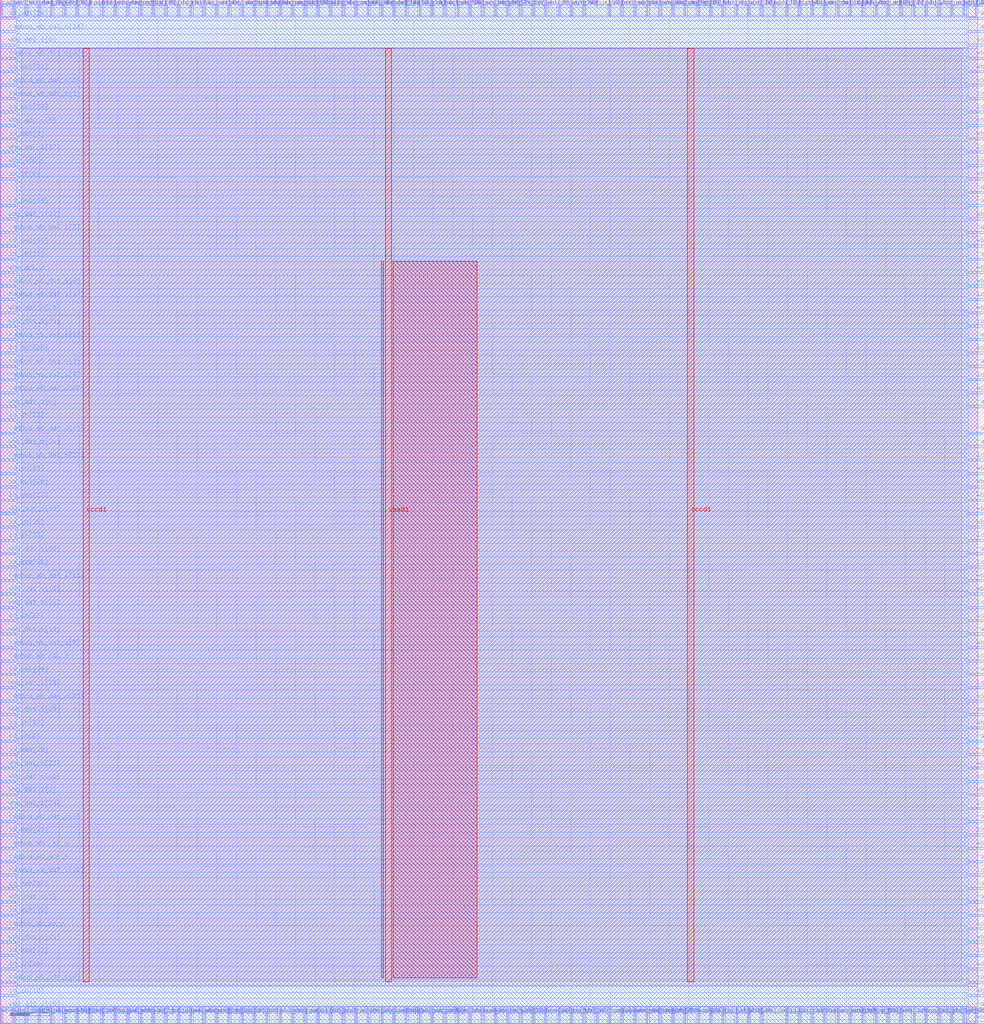
<source format=lef>
VERSION 5.7 ;
  NOWIREEXTENSIONATPIN ON ;
  DIVIDERCHAR "/" ;
  BUSBITCHARS "[]" ;
MACRO wrapped_function_generator
  CLASS BLOCK ;
  FOREIGN wrapped_function_generator ;
  ORIGIN 0.000 0.000 ;
  SIZE 250.000 BY 260.000 ;
  PIN active
    DIRECTION INPUT ;
    USE SIGNAL ;
    PORT
      LAYER met3 ;
        RECT 246.000 159.840 250.000 160.440 ;
    END
  END active
  PIN io_in[0]
    DIRECTION INPUT ;
    USE SIGNAL ;
    PORT
      LAYER met2 ;
        RECT 80.590 0.000 80.870 4.000 ;
    END
  END io_in[0]
  PIN io_in[10]
    DIRECTION INPUT ;
    USE SIGNAL ;
    PORT
      LAYER met3 ;
        RECT 0.000 6.840 4.000 7.440 ;
    END
  END io_in[10]
  PIN io_in[11]
    DIRECTION INPUT ;
    USE SIGNAL ;
    PORT
      LAYER met3 ;
        RECT 0.000 193.840 4.000 194.440 ;
    END
  END io_in[11]
  PIN io_in[12]
    DIRECTION INPUT ;
    USE SIGNAL ;
    PORT
      LAYER met2 ;
        RECT 125.670 256.000 125.950 260.000 ;
    END
  END io_in[12]
  PIN io_in[13]
    DIRECTION INPUT ;
    USE SIGNAL ;
    PORT
      LAYER met3 ;
        RECT 246.000 78.240 250.000 78.840 ;
    END
  END io_in[13]
  PIN io_in[14]
    DIRECTION INPUT ;
    USE SIGNAL ;
    PORT
      LAYER met2 ;
        RECT 106.350 256.000 106.630 260.000 ;
    END
  END io_in[14]
  PIN io_in[15]
    DIRECTION INPUT ;
    USE SIGNAL ;
    PORT
      LAYER met3 ;
        RECT 246.000 10.240 250.000 10.840 ;
    END
  END io_in[15]
  PIN io_in[16]
    DIRECTION INPUT ;
    USE SIGNAL ;
    PORT
      LAYER met2 ;
        RECT 219.050 0.000 219.330 4.000 ;
    END
  END io_in[16]
  PIN io_in[17]
    DIRECTION INPUT ;
    USE SIGNAL ;
    PORT
      LAYER met3 ;
        RECT 0.000 74.840 4.000 75.440 ;
    END
  END io_in[17]
  PIN io_in[18]
    DIRECTION INPUT ;
    USE SIGNAL ;
    PORT
      LAYER met2 ;
        RECT 141.770 0.000 142.050 4.000 ;
    END
  END io_in[18]
  PIN io_in[19]
    DIRECTION INPUT ;
    USE SIGNAL ;
    PORT
      LAYER met3 ;
        RECT 0.000 13.640 4.000 14.240 ;
    END
  END io_in[19]
  PIN io_in[1]
    DIRECTION INPUT ;
    USE SIGNAL ;
    PORT
      LAYER met2 ;
        RECT 238.370 0.000 238.650 4.000 ;
    END
  END io_in[1]
  PIN io_in[20]
    DIRECTION INPUT ;
    USE SIGNAL ;
    PORT
      LAYER met3 ;
        RECT 246.000 91.840 250.000 92.440 ;
    END
  END io_in[20]
  PIN io_in[21]
    DIRECTION INPUT ;
    USE SIGNAL ;
    PORT
      LAYER met3 ;
        RECT 0.000 153.040 4.000 153.640 ;
    END
  END io_in[21]
  PIN io_in[22]
    DIRECTION INPUT ;
    USE SIGNAL ;
    PORT
      LAYER met2 ;
        RECT 96.690 0.000 96.970 4.000 ;
    END
  END io_in[22]
  PIN io_in[23]
    DIRECTION INPUT ;
    USE SIGNAL ;
    PORT
      LAYER met2 ;
        RECT 128.890 0.000 129.170 4.000 ;
    END
  END io_in[23]
  PIN io_in[24]
    DIRECTION INPUT ;
    USE SIGNAL ;
    PORT
      LAYER met3 ;
        RECT 246.000 105.440 250.000 106.040 ;
    END
  END io_in[24]
  PIN io_in[25]
    DIRECTION INPUT ;
    USE SIGNAL ;
    PORT
      LAYER met3 ;
        RECT 0.000 125.840 4.000 126.440 ;
    END
  END io_in[25]
  PIN io_in[26]
    DIRECTION INPUT ;
    USE SIGNAL ;
    PORT
      LAYER met3 ;
        RECT 246.000 163.240 250.000 163.840 ;
    END
  END io_in[26]
  PIN io_in[27]
    DIRECTION INPUT ;
    USE SIGNAL ;
    PORT
      LAYER met3 ;
        RECT 0.000 102.040 4.000 102.640 ;
    END
  END io_in[27]
  PIN io_in[28]
    DIRECTION INPUT ;
    USE SIGNAL ;
    PORT
      LAYER met3 ;
        RECT 246.000 115.640 250.000 116.240 ;
    END
  END io_in[28]
  PIN io_in[29]
    DIRECTION INPUT ;
    USE SIGNAL ;
    PORT
      LAYER met2 ;
        RECT 12.970 256.000 13.250 260.000 ;
    END
  END io_in[29]
  PIN io_in[2]
    DIRECTION INPUT ;
    USE SIGNAL ;
    PORT
      LAYER met3 ;
        RECT 0.000 71.440 4.000 72.040 ;
    END
  END io_in[2]
  PIN io_in[30]
    DIRECTION INPUT ;
    USE SIGNAL ;
    PORT
      LAYER met2 ;
        RECT 144.990 0.000 145.270 4.000 ;
    END
  END io_in[30]
  PIN io_in[31]
    DIRECTION INPUT ;
    USE SIGNAL ;
    PORT
      LAYER met2 ;
        RECT 231.930 256.000 232.210 260.000 ;
    END
  END io_in[31]
  PIN io_in[32]
    DIRECTION INPUT ;
    USE SIGNAL ;
    PORT
      LAYER met2 ;
        RECT 83.810 0.000 84.090 4.000 ;
    END
  END io_in[32]
  PIN io_in[33]
    DIRECTION INPUT ;
    USE SIGNAL ;
    PORT
      LAYER met3 ;
        RECT 0.000 122.440 4.000 123.040 ;
    END
  END io_in[33]
  PIN io_in[34]
    DIRECTION INPUT ;
    USE SIGNAL ;
    PORT
      LAYER met2 ;
        RECT 45.170 256.000 45.450 260.000 ;
    END
  END io_in[34]
  PIN io_in[35]
    DIRECTION INPUT ;
    USE SIGNAL ;
    PORT
      LAYER met2 ;
        RECT 202.950 0.000 203.230 4.000 ;
    END
  END io_in[35]
  PIN io_in[36]
    DIRECTION INPUT ;
    USE SIGNAL ;
    PORT
      LAYER met2 ;
        RECT 157.870 256.000 158.150 260.000 ;
    END
  END io_in[36]
  PIN io_in[37]
    DIRECTION INPUT ;
    USE SIGNAL ;
    PORT
      LAYER met3 ;
        RECT 0.000 139.440 4.000 140.040 ;
    END
  END io_in[37]
  PIN io_in[3]
    DIRECTION INPUT ;
    USE SIGNAL ;
    PORT
      LAYER met3 ;
        RECT 246.000 238.040 250.000 238.640 ;
    END
  END io_in[3]
  PIN io_in[4]
    DIRECTION INPUT ;
    USE SIGNAL ;
    PORT
      LAYER met3 ;
        RECT 246.000 102.040 250.000 102.640 ;
    END
  END io_in[4]
  PIN io_in[5]
    DIRECTION INPUT ;
    USE SIGNAL ;
    PORT
      LAYER met2 ;
        RECT 177.190 256.000 177.470 260.000 ;
    END
  END io_in[5]
  PIN io_in[6]
    DIRECTION INPUT ;
    USE SIGNAL ;
    PORT
      LAYER met3 ;
        RECT 246.000 13.640 250.000 14.240 ;
    END
  END io_in[6]
  PIN io_in[7]
    DIRECTION INPUT ;
    USE SIGNAL ;
    PORT
      LAYER met2 ;
        RECT 109.570 0.000 109.850 4.000 ;
    END
  END io_in[7]
  PIN io_in[8]
    DIRECTION INPUT ;
    USE SIGNAL ;
    PORT
      LAYER met2 ;
        RECT 19.410 256.000 19.690 260.000 ;
    END
  END io_in[8]
  PIN io_in[9]
    DIRECTION INPUT ;
    USE SIGNAL ;
    PORT
      LAYER met3 ;
        RECT 0.000 214.240 4.000 214.840 ;
    END
  END io_in[9]
  PIN io_oeb[0]
    DIRECTION OUTPUT TRISTATE ;
    USE SIGNAL ;
    PORT
      LAYER met2 ;
        RECT 32.290 0.000 32.570 4.000 ;
    END
  END io_oeb[0]
  PIN io_oeb[10]
    DIRECTION OUTPUT TRISTATE ;
    USE SIGNAL ;
    PORT
      LAYER met3 ;
        RECT 246.000 122.440 250.000 123.040 ;
    END
  END io_oeb[10]
  PIN io_oeb[11]
    DIRECTION OUTPUT TRISTATE ;
    USE SIGNAL ;
    PORT
      LAYER met2 ;
        RECT 225.490 0.000 225.770 4.000 ;
    END
  END io_oeb[11]
  PIN io_oeb[12]
    DIRECTION OUTPUT TRISTATE ;
    USE SIGNAL ;
    PORT
      LAYER met2 ;
        RECT 29.070 0.000 29.350 4.000 ;
    END
  END io_oeb[12]
  PIN io_oeb[13]
    DIRECTION OUTPUT TRISTATE ;
    USE SIGNAL ;
    PORT
      LAYER met2 ;
        RECT 241.590 0.000 241.870 4.000 ;
    END
  END io_oeb[13]
  PIN io_oeb[14]
    DIRECTION OUTPUT TRISTATE ;
    USE SIGNAL ;
    PORT
      LAYER met2 ;
        RECT 38.730 256.000 39.010 260.000 ;
    END
  END io_oeb[14]
  PIN io_oeb[15]
    DIRECTION OUTPUT TRISTATE ;
    USE SIGNAL ;
    PORT
      LAYER met3 ;
        RECT 246.000 217.640 250.000 218.240 ;
    END
  END io_oeb[15]
  PIN io_oeb[16]
    DIRECTION OUTPUT TRISTATE ;
    USE SIGNAL ;
    PORT
      LAYER met3 ;
        RECT 246.000 23.840 250.000 24.440 ;
    END
  END io_oeb[16]
  PIN io_oeb[17]
    DIRECTION OUTPUT TRISTATE ;
    USE SIGNAL ;
    PORT
      LAYER met3 ;
        RECT 0.000 34.040 4.000 34.640 ;
    END
  END io_oeb[17]
  PIN io_oeb[18]
    DIRECTION OUTPUT TRISTATE ;
    USE SIGNAL ;
    PORT
      LAYER met3 ;
        RECT 0.000 207.440 4.000 208.040 ;
    END
  END io_oeb[18]
  PIN io_oeb[19]
    DIRECTION OUTPUT TRISTATE ;
    USE SIGNAL ;
    PORT
      LAYER met2 ;
        RECT 183.630 0.000 183.910 4.000 ;
    END
  END io_oeb[19]
  PIN io_oeb[1]
    DIRECTION OUTPUT TRISTATE ;
    USE SIGNAL ;
    PORT
      LAYER met2 ;
        RECT 215.830 256.000 216.110 260.000 ;
    END
  END io_oeb[1]
  PIN io_oeb[20]
    DIRECTION OUTPUT TRISTATE ;
    USE SIGNAL ;
    PORT
      LAYER met3 ;
        RECT 246.000 234.640 250.000 235.240 ;
    END
  END io_oeb[20]
  PIN io_oeb[21]
    DIRECTION OUTPUT TRISTATE ;
    USE SIGNAL ;
    PORT
      LAYER met3 ;
        RECT 0.000 47.640 4.000 48.240 ;
    END
  END io_oeb[21]
  PIN io_oeb[22]
    DIRECTION OUTPUT TRISTATE ;
    USE SIGNAL ;
    PORT
      LAYER met2 ;
        RECT 225.490 256.000 225.770 260.000 ;
    END
  END io_oeb[22]
  PIN io_oeb[23]
    DIRECTION OUTPUT TRISTATE ;
    USE SIGNAL ;
    PORT
      LAYER met3 ;
        RECT 0.000 132.640 4.000 133.240 ;
    END
  END io_oeb[23]
  PIN io_oeb[24]
    DIRECTION OUTPUT TRISTATE ;
    USE SIGNAL ;
    PORT
      LAYER met3 ;
        RECT 246.000 258.440 250.000 259.040 ;
    END
  END io_oeb[24]
  PIN io_oeb[25]
    DIRECTION OUTPUT TRISTATE ;
    USE SIGNAL ;
    PORT
      LAYER met2 ;
        RECT 122.450 256.000 122.730 260.000 ;
    END
  END io_oeb[25]
  PIN io_oeb[26]
    DIRECTION OUTPUT TRISTATE ;
    USE SIGNAL ;
    PORT
      LAYER met3 ;
        RECT 0.000 115.640 4.000 116.240 ;
    END
  END io_oeb[26]
  PIN io_oeb[27]
    DIRECTION OUTPUT TRISTATE ;
    USE SIGNAL ;
    PORT
      LAYER met3 ;
        RECT 246.000 142.840 250.000 143.440 ;
    END
  END io_oeb[27]
  PIN io_oeb[28]
    DIRECTION OUTPUT TRISTATE ;
    USE SIGNAL ;
    PORT
      LAYER met2 ;
        RECT 6.530 256.000 6.810 260.000 ;
    END
  END io_oeb[28]
  PIN io_oeb[29]
    DIRECTION OUTPUT TRISTATE ;
    USE SIGNAL ;
    PORT
      LAYER met2 ;
        RECT 61.270 0.000 61.550 4.000 ;
    END
  END io_oeb[29]
  PIN io_oeb[2]
    DIRECTION OUTPUT TRISTATE ;
    USE SIGNAL ;
    PORT
      LAYER met3 ;
        RECT 0.000 258.440 4.000 259.040 ;
    END
  END io_oeb[2]
  PIN io_oeb[30]
    DIRECTION OUTPUT TRISTATE ;
    USE SIGNAL ;
    PORT
      LAYER met2 ;
        RECT 248.030 256.000 248.310 260.000 ;
    END
  END io_oeb[30]
  PIN io_oeb[31]
    DIRECTION OUTPUT TRISTATE ;
    USE SIGNAL ;
    PORT
      LAYER met3 ;
        RECT 0.000 17.040 4.000 17.640 ;
    END
  END io_oeb[31]
  PIN io_oeb[32]
    DIRECTION OUTPUT TRISTATE ;
    USE SIGNAL ;
    PORT
      LAYER met2 ;
        RECT 167.530 0.000 167.810 4.000 ;
    END
  END io_oeb[32]
  PIN io_oeb[33]
    DIRECTION OUTPUT TRISTATE ;
    USE SIGNAL ;
    PORT
      LAYER met2 ;
        RECT 112.790 256.000 113.070 260.000 ;
    END
  END io_oeb[33]
  PIN io_oeb[34]
    DIRECTION OUTPUT TRISTATE ;
    USE SIGNAL ;
    PORT
      LAYER met3 ;
        RECT 0.000 88.440 4.000 89.040 ;
    END
  END io_oeb[34]
  PIN io_oeb[35]
    DIRECTION OUTPUT TRISTATE ;
    USE SIGNAL ;
    PORT
      LAYER met3 ;
        RECT 0.000 68.040 4.000 68.640 ;
    END
  END io_oeb[35]
  PIN io_oeb[36]
    DIRECTION OUTPUT TRISTATE ;
    USE SIGNAL ;
    PORT
      LAYER met2 ;
        RECT 199.730 0.000 200.010 4.000 ;
    END
  END io_oeb[36]
  PIN io_oeb[37]
    DIRECTION OUTPUT TRISTATE ;
    USE SIGNAL ;
    PORT
      LAYER met3 ;
        RECT 0.000 197.240 4.000 197.840 ;
    END
  END io_oeb[37]
  PIN io_oeb[3]
    DIRECTION OUTPUT TRISTATE ;
    USE SIGNAL ;
    PORT
      LAYER met3 ;
        RECT 246.000 227.840 250.000 228.440 ;
    END
  END io_oeb[3]
  PIN io_oeb[4]
    DIRECTION OUTPUT TRISTATE ;
    USE SIGNAL ;
    PORT
      LAYER met3 ;
        RECT 0.000 224.440 4.000 225.040 ;
    END
  END io_oeb[4]
  PIN io_oeb[5]
    DIRECTION OUTPUT TRISTATE ;
    USE SIGNAL ;
    PORT
      LAYER met3 ;
        RECT 246.000 183.640 250.000 184.240 ;
    END
  END io_oeb[5]
  PIN io_oeb[6]
    DIRECTION OUTPUT TRISTATE ;
    USE SIGNAL ;
    PORT
      LAYER met2 ;
        RECT 106.350 0.000 106.630 4.000 ;
    END
  END io_oeb[6]
  PIN io_oeb[7]
    DIRECTION OUTPUT TRISTATE ;
    USE SIGNAL ;
    PORT
      LAYER met3 ;
        RECT 246.000 85.040 250.000 85.640 ;
    END
  END io_oeb[7]
  PIN io_oeb[8]
    DIRECTION OUTPUT TRISTATE ;
    USE SIGNAL ;
    PORT
      LAYER met3 ;
        RECT 246.000 248.240 250.000 248.840 ;
    END
  END io_oeb[8]
  PIN io_oeb[9]
    DIRECTION OUTPUT TRISTATE ;
    USE SIGNAL ;
    PORT
      LAYER met3 ;
        RECT 246.000 81.640 250.000 82.240 ;
    END
  END io_oeb[9]
  PIN io_out[0]
    DIRECTION OUTPUT TRISTATE ;
    USE SIGNAL ;
    PORT
      LAYER met2 ;
        RECT 180.410 256.000 180.690 260.000 ;
    END
  END io_out[0]
  PIN io_out[10]
    DIRECTION OUTPUT TRISTATE ;
    USE SIGNAL ;
    PORT
      LAYER met3 ;
        RECT 246.000 221.040 250.000 221.640 ;
    END
  END io_out[10]
  PIN io_out[11]
    DIRECTION OUTPUT TRISTATE ;
    USE SIGNAL ;
    PORT
      LAYER met3 ;
        RECT 246.000 47.640 250.000 48.240 ;
    END
  END io_out[11]
  PIN io_out[12]
    DIRECTION OUTPUT TRISTATE ;
    USE SIGNAL ;
    PORT
      LAYER met2 ;
        RECT 244.810 0.000 245.090 4.000 ;
    END
  END io_out[12]
  PIN io_out[13]
    DIRECTION OUTPUT TRISTATE ;
    USE SIGNAL ;
    PORT
      LAYER met2 ;
        RECT 235.150 0.000 235.430 4.000 ;
    END
  END io_out[13]
  PIN io_out[14]
    DIRECTION OUTPUT TRISTATE ;
    USE SIGNAL ;
    PORT
      LAYER met3 ;
        RECT 246.000 61.240 250.000 61.840 ;
    END
  END io_out[14]
  PIN io_out[15]
    DIRECTION OUTPUT TRISTATE ;
    USE SIGNAL ;
    PORT
      LAYER met2 ;
        RECT 186.850 0.000 187.130 4.000 ;
    END
  END io_out[15]
  PIN io_out[16]
    DIRECTION OUTPUT TRISTATE ;
    USE SIGNAL ;
    PORT
      LAYER met2 ;
        RECT 186.850 256.000 187.130 260.000 ;
    END
  END io_out[16]
  PIN io_out[17]
    DIRECTION OUTPUT TRISTATE ;
    USE SIGNAL ;
    PORT
      LAYER met2 ;
        RECT 193.290 256.000 193.570 260.000 ;
    END
  END io_out[17]
  PIN io_out[18]
    DIRECTION OUTPUT TRISTATE ;
    USE SIGNAL ;
    PORT
      LAYER met2 ;
        RECT 77.370 256.000 77.650 260.000 ;
    END
  END io_out[18]
  PIN io_out[19]
    DIRECTION OUTPUT TRISTATE ;
    USE SIGNAL ;
    PORT
      LAYER met3 ;
        RECT 246.000 17.040 250.000 17.640 ;
    END
  END io_out[19]
  PIN io_out[1]
    DIRECTION OUTPUT TRISTATE ;
    USE SIGNAL ;
    PORT
      LAYER met2 ;
        RECT 64.490 0.000 64.770 4.000 ;
    END
  END io_out[1]
  PIN io_out[20]
    DIRECTION OUTPUT TRISTATE ;
    USE SIGNAL ;
    PORT
      LAYER met2 ;
        RECT 58.050 0.000 58.330 4.000 ;
    END
  END io_out[20]
  PIN io_out[21]
    DIRECTION OUTPUT TRISTATE ;
    USE SIGNAL ;
    PORT
      LAYER met3 ;
        RECT 0.000 241.440 4.000 242.040 ;
    END
  END io_out[21]
  PIN io_out[22]
    DIRECTION OUTPUT TRISTATE ;
    USE SIGNAL ;
    PORT
      LAYER met2 ;
        RECT 173.970 256.000 174.250 260.000 ;
    END
  END io_out[22]
  PIN io_out[23]
    DIRECTION OUTPUT TRISTATE ;
    USE SIGNAL ;
    PORT
      LAYER met2 ;
        RECT 74.150 256.000 74.430 260.000 ;
    END
  END io_out[23]
  PIN io_out[24]
    DIRECTION OUTPUT TRISTATE ;
    USE SIGNAL ;
    PORT
      LAYER met3 ;
        RECT 0.000 231.240 4.000 231.840 ;
    END
  END io_out[24]
  PIN io_out[25]
    DIRECTION OUTPUT TRISTATE ;
    USE SIGNAL ;
    PORT
      LAYER met3 ;
        RECT 0.000 170.040 4.000 170.640 ;
    END
  END io_out[25]
  PIN io_out[26]
    DIRECTION OUTPUT TRISTATE ;
    USE SIGNAL ;
    PORT
      LAYER met3 ;
        RECT 0.000 136.040 4.000 136.640 ;
    END
  END io_out[26]
  PIN io_out[27]
    DIRECTION OUTPUT TRISTATE ;
    USE SIGNAL ;
    PORT
      LAYER met3 ;
        RECT 246.000 37.440 250.000 38.040 ;
    END
  END io_out[27]
  PIN io_out[28]
    DIRECTION OUTPUT TRISTATE ;
    USE SIGNAL ;
    PORT
      LAYER met2 ;
        RECT 222.270 0.000 222.550 4.000 ;
    END
  END io_out[28]
  PIN io_out[29]
    DIRECTION OUTPUT TRISTATE ;
    USE SIGNAL ;
    PORT
      LAYER met3 ;
        RECT 0.000 27.240 4.000 27.840 ;
    END
  END io_out[29]
  PIN io_out[2]
    DIRECTION OUTPUT TRISTATE ;
    USE SIGNAL ;
    PORT
      LAYER met3 ;
        RECT 246.000 176.840 250.000 177.440 ;
    END
  END io_out[2]
  PIN io_out[30]
    DIRECTION OUTPUT TRISTATE ;
    USE SIGNAL ;
    PORT
      LAYER met2 ;
        RECT 141.770 256.000 142.050 260.000 ;
    END
  END io_out[30]
  PIN io_out[31]
    DIRECTION OUTPUT TRISTATE ;
    USE SIGNAL ;
    PORT
      LAYER met3 ;
        RECT 246.000 231.240 250.000 231.840 ;
    END
  END io_out[31]
  PIN io_out[32]
    DIRECTION OUTPUT TRISTATE ;
    USE SIGNAL ;
    PORT
      LAYER met2 ;
        RECT 212.610 0.000 212.890 4.000 ;
    END
  END io_out[32]
  PIN io_out[33]
    DIRECTION OUTPUT TRISTATE ;
    USE SIGNAL ;
    PORT
      LAYER met3 ;
        RECT 246.000 54.440 250.000 55.040 ;
    END
  END io_out[33]
  PIN io_out[34]
    DIRECTION OUTPUT TRISTATE ;
    USE SIGNAL ;
    PORT
      LAYER met3 ;
        RECT 0.000 255.040 4.000 255.640 ;
    END
  END io_out[34]
  PIN io_out[35]
    DIRECTION OUTPUT TRISTATE ;
    USE SIGNAL ;
    PORT
      LAYER met2 ;
        RECT 67.710 0.000 67.990 4.000 ;
    END
  END io_out[35]
  PIN io_out[36]
    DIRECTION OUTPUT TRISTATE ;
    USE SIGNAL ;
    PORT
      LAYER met2 ;
        RECT 135.330 256.000 135.610 260.000 ;
    END
  END io_out[36]
  PIN io_out[37]
    DIRECTION OUTPUT TRISTATE ;
    USE SIGNAL ;
    PORT
      LAYER met2 ;
        RECT 241.590 256.000 241.870 260.000 ;
    END
  END io_out[37]
  PIN io_out[3]
    DIRECTION OUTPUT TRISTATE ;
    USE SIGNAL ;
    PORT
      LAYER met2 ;
        RECT 228.710 256.000 228.990 260.000 ;
    END
  END io_out[3]
  PIN io_out[4]
    DIRECTION OUTPUT TRISTATE ;
    USE SIGNAL ;
    PORT
      LAYER met2 ;
        RECT 199.730 256.000 200.010 260.000 ;
    END
  END io_out[4]
  PIN io_out[5]
    DIRECTION OUTPUT TRISTATE ;
    USE SIGNAL ;
    PORT
      LAYER met2 ;
        RECT 51.610 256.000 51.890 260.000 ;
    END
  END io_out[5]
  PIN io_out[6]
    DIRECTION OUTPUT TRISTATE ;
    USE SIGNAL ;
    PORT
      LAYER met2 ;
        RECT 35.510 256.000 35.790 260.000 ;
    END
  END io_out[6]
  PIN io_out[7]
    DIRECTION OUTPUT TRISTATE ;
    USE SIGNAL ;
    PORT
      LAYER met3 ;
        RECT 246.000 170.040 250.000 170.640 ;
    END
  END io_out[7]
  PIN io_out[8]
    DIRECTION OUTPUT TRISTATE ;
    USE SIGNAL ;
    PORT
      LAYER met2 ;
        RECT 12.970 0.000 13.250 4.000 ;
    END
  END io_out[8]
  PIN io_out[9]
    DIRECTION OUTPUT TRISTATE ;
    USE SIGNAL ;
    PORT
      LAYER met2 ;
        RECT 41.950 256.000 42.230 260.000 ;
    END
  END io_out[9]
  PIN rambus_wb_ack_i
    DIRECTION INPUT ;
    USE SIGNAL ;
    PORT
      LAYER met3 ;
        RECT 0.000 40.840 4.000 41.440 ;
    END
  END rambus_wb_ack_i
  PIN rambus_wb_adr_o[0]
    DIRECTION OUTPUT TRISTATE ;
    USE SIGNAL ;
    PORT
      LAYER met3 ;
        RECT 246.000 200.640 250.000 201.240 ;
    END
  END rambus_wb_adr_o[0]
  PIN rambus_wb_adr_o[1]
    DIRECTION OUTPUT TRISTATE ;
    USE SIGNAL ;
    PORT
      LAYER met3 ;
        RECT 0.000 234.640 4.000 235.240 ;
    END
  END rambus_wb_adr_o[1]
  PIN rambus_wb_adr_o[2]
    DIRECTION OUTPUT TRISTATE ;
    USE SIGNAL ;
    PORT
      LAYER met2 ;
        RECT 54.830 256.000 55.110 260.000 ;
    END
  END rambus_wb_adr_o[2]
  PIN rambus_wb_adr_o[3]
    DIRECTION OUTPUT TRISTATE ;
    USE SIGNAL ;
    PORT
      LAYER met3 ;
        RECT 246.000 30.640 250.000 31.240 ;
    END
  END rambus_wb_adr_o[3]
  PIN rambus_wb_adr_o[4]
    DIRECTION OUTPUT TRISTATE ;
    USE SIGNAL ;
    PORT
      LAYER met3 ;
        RECT 246.000 255.040 250.000 255.640 ;
    END
  END rambus_wb_adr_o[4]
  PIN rambus_wb_adr_o[5]
    DIRECTION OUTPUT TRISTATE ;
    USE SIGNAL ;
    PORT
      LAYER met3 ;
        RECT 246.000 88.440 250.000 89.040 ;
    END
  END rambus_wb_adr_o[5]
  PIN rambus_wb_adr_o[6]
    DIRECTION OUTPUT TRISTATE ;
    USE SIGNAL ;
    PORT
      LAYER met3 ;
        RECT 246.000 34.040 250.000 34.640 ;
    END
  END rambus_wb_adr_o[6]
  PIN rambus_wb_adr_o[7]
    DIRECTION OUTPUT TRISTATE ;
    USE SIGNAL ;
    PORT
      LAYER met3 ;
        RECT 246.000 146.240 250.000 146.840 ;
    END
  END rambus_wb_adr_o[7]
  PIN rambus_wb_adr_o[8]
    DIRECTION OUTPUT TRISTATE ;
    USE SIGNAL ;
    PORT
      LAYER met2 ;
        RECT 45.170 0.000 45.450 4.000 ;
    END
  END rambus_wb_adr_o[8]
  PIN rambus_wb_adr_o[9]
    DIRECTION OUTPUT TRISTATE ;
    USE SIGNAL ;
    PORT
      LAYER met3 ;
        RECT 0.000 10.240 4.000 10.840 ;
    END
  END rambus_wb_adr_o[9]
  PIN rambus_wb_clk_o
    DIRECTION OUTPUT TRISTATE ;
    USE SIGNAL ;
    PORT
      LAYER met3 ;
        RECT 0.000 91.840 4.000 92.440 ;
    END
  END rambus_wb_clk_o
  PIN rambus_wb_cyc_o
    DIRECTION OUTPUT TRISTATE ;
    USE SIGNAL ;
    PORT
      LAYER met2 ;
        RECT 25.850 256.000 26.130 260.000 ;
    END
  END rambus_wb_cyc_o
  PIN rambus_wb_dat_i[0]
    DIRECTION INPUT ;
    USE SIGNAL ;
    PORT
      LAYER met2 ;
        RECT 67.710 256.000 67.990 260.000 ;
    END
  END rambus_wb_dat_i[0]
  PIN rambus_wb_dat_i[10]
    DIRECTION INPUT ;
    USE SIGNAL ;
    PORT
      LAYER met2 ;
        RECT 112.790 0.000 113.070 4.000 ;
    END
  END rambus_wb_dat_i[10]
  PIN rambus_wb_dat_i[11]
    DIRECTION INPUT ;
    USE SIGNAL ;
    PORT
      LAYER met3 ;
        RECT 0.000 112.240 4.000 112.840 ;
    END
  END rambus_wb_dat_i[11]
  PIN rambus_wb_dat_i[12]
    DIRECTION INPUT ;
    USE SIGNAL ;
    PORT
      LAYER met3 ;
        RECT 246.000 3.440 250.000 4.040 ;
    END
  END rambus_wb_dat_i[12]
  PIN rambus_wb_dat_i[13]
    DIRECTION INPUT ;
    USE SIGNAL ;
    PORT
      LAYER met3 ;
        RECT 246.000 68.040 250.000 68.640 ;
    END
  END rambus_wb_dat_i[13]
  PIN rambus_wb_dat_i[14]
    DIRECTION INPUT ;
    USE SIGNAL ;
    PORT
      LAYER met2 ;
        RECT 109.570 256.000 109.850 260.000 ;
    END
  END rambus_wb_dat_i[14]
  PIN rambus_wb_dat_i[15]
    DIRECTION INPUT ;
    USE SIGNAL ;
    PORT
      LAYER met2 ;
        RECT 64.490 256.000 64.770 260.000 ;
    END
  END rambus_wb_dat_i[15]
  PIN rambus_wb_dat_i[16]
    DIRECTION INPUT ;
    USE SIGNAL ;
    PORT
      LAYER met2 ;
        RECT 90.250 256.000 90.530 260.000 ;
    END
  END rambus_wb_dat_i[16]
  PIN rambus_wb_dat_i[17]
    DIRECTION INPUT ;
    USE SIGNAL ;
    PORT
      LAYER met2 ;
        RECT 135.330 0.000 135.610 4.000 ;
    END
  END rambus_wb_dat_i[17]
  PIN rambus_wb_dat_i[18]
    DIRECTION INPUT ;
    USE SIGNAL ;
    PORT
      LAYER met2 ;
        RECT 164.310 0.000 164.590 4.000 ;
    END
  END rambus_wb_dat_i[18]
  PIN rambus_wb_dat_i[19]
    DIRECTION INPUT ;
    USE SIGNAL ;
    PORT
      LAYER met3 ;
        RECT 0.000 173.440 4.000 174.040 ;
    END
  END rambus_wb_dat_i[19]
  PIN rambus_wb_dat_i[1]
    DIRECTION INPUT ;
    USE SIGNAL ;
    PORT
      LAYER met2 ;
        RECT 41.950 0.000 42.230 4.000 ;
    END
  END rambus_wb_dat_i[1]
  PIN rambus_wb_dat_i[20]
    DIRECTION INPUT ;
    USE SIGNAL ;
    PORT
      LAYER met3 ;
        RECT 0.000 37.440 4.000 38.040 ;
    END
  END rambus_wb_dat_i[20]
  PIN rambus_wb_dat_i[21]
    DIRECTION INPUT ;
    USE SIGNAL ;
    PORT
      LAYER met2 ;
        RECT 80.590 256.000 80.870 260.000 ;
    END
  END rambus_wb_dat_i[21]
  PIN rambus_wb_dat_i[22]
    DIRECTION INPUT ;
    USE SIGNAL ;
    PORT
      LAYER met3 ;
        RECT 246.000 40.840 250.000 41.440 ;
    END
  END rambus_wb_dat_i[22]
  PIN rambus_wb_dat_i[23]
    DIRECTION INPUT ;
    USE SIGNAL ;
    PORT
      LAYER met3 ;
        RECT 246.000 156.440 250.000 157.040 ;
    END
  END rambus_wb_dat_i[23]
  PIN rambus_wb_dat_i[24]
    DIRECTION INPUT ;
    USE SIGNAL ;
    PORT
      LAYER met3 ;
        RECT 246.000 166.640 250.000 167.240 ;
    END
  END rambus_wb_dat_i[24]
  PIN rambus_wb_dat_i[25]
    DIRECTION INPUT ;
    USE SIGNAL ;
    PORT
      LAYER met3 ;
        RECT 246.000 193.840 250.000 194.440 ;
    END
  END rambus_wb_dat_i[25]
  PIN rambus_wb_dat_i[26]
    DIRECTION INPUT ;
    USE SIGNAL ;
    PORT
      LAYER met2 ;
        RECT 119.230 256.000 119.510 260.000 ;
    END
  END rambus_wb_dat_i[26]
  PIN rambus_wb_dat_i[27]
    DIRECTION INPUT ;
    USE SIGNAL ;
    PORT
      LAYER met3 ;
        RECT 0.000 183.640 4.000 184.240 ;
    END
  END rambus_wb_dat_i[27]
  PIN rambus_wb_dat_i[28]
    DIRECTION INPUT ;
    USE SIGNAL ;
    PORT
      LAYER met2 ;
        RECT 0.090 256.000 0.370 260.000 ;
    END
  END rambus_wb_dat_i[28]
  PIN rambus_wb_dat_i[29]
    DIRECTION INPUT ;
    USE SIGNAL ;
    PORT
      LAYER met3 ;
        RECT 246.000 210.840 250.000 211.440 ;
    END
  END rambus_wb_dat_i[29]
  PIN rambus_wb_dat_i[2]
    DIRECTION INPUT ;
    USE SIGNAL ;
    PORT
      LAYER met3 ;
        RECT 0.000 200.640 4.000 201.240 ;
    END
  END rambus_wb_dat_i[2]
  PIN rambus_wb_dat_i[30]
    DIRECTION INPUT ;
    USE SIGNAL ;
    PORT
      LAYER met3 ;
        RECT 246.000 51.040 250.000 51.640 ;
    END
  END rambus_wb_dat_i[30]
  PIN rambus_wb_dat_i[31]
    DIRECTION INPUT ;
    USE SIGNAL ;
    PORT
      LAYER met2 ;
        RECT 70.930 256.000 71.210 260.000 ;
    END
  END rambus_wb_dat_i[31]
  PIN rambus_wb_dat_i[3]
    DIRECTION INPUT ;
    USE SIGNAL ;
    PORT
      LAYER met3 ;
        RECT 246.000 149.640 250.000 150.240 ;
    END
  END rambus_wb_dat_i[3]
  PIN rambus_wb_dat_i[4]
    DIRECTION INPUT ;
    USE SIGNAL ;
    PORT
      LAYER met3 ;
        RECT 246.000 119.040 250.000 119.640 ;
    END
  END rambus_wb_dat_i[4]
  PIN rambus_wb_dat_i[5]
    DIRECTION INPUT ;
    USE SIGNAL ;
    PORT
      LAYER met3 ;
        RECT 0.000 238.040 4.000 238.640 ;
    END
  END rambus_wb_dat_i[5]
  PIN rambus_wb_dat_i[6]
    DIRECTION INPUT ;
    USE SIGNAL ;
    PORT
      LAYER met2 ;
        RECT 22.630 256.000 22.910 260.000 ;
    END
  END rambus_wb_dat_i[6]
  PIN rambus_wb_dat_i[7]
    DIRECTION INPUT ;
    USE SIGNAL ;
    PORT
      LAYER met2 ;
        RECT 99.910 0.000 100.190 4.000 ;
    END
  END rambus_wb_dat_i[7]
  PIN rambus_wb_dat_i[8]
    DIRECTION INPUT ;
    USE SIGNAL ;
    PORT
      LAYER met3 ;
        RECT 0.000 187.040 4.000 187.640 ;
    END
  END rambus_wb_dat_i[8]
  PIN rambus_wb_dat_i[9]
    DIRECTION INPUT ;
    USE SIGNAL ;
    PORT
      LAYER met2 ;
        RECT 202.950 256.000 203.230 260.000 ;
    END
  END rambus_wb_dat_i[9]
  PIN rambus_wb_dat_o[0]
    DIRECTION OUTPUT TRISTATE ;
    USE SIGNAL ;
    PORT
      LAYER met3 ;
        RECT 0.000 95.240 4.000 95.840 ;
    END
  END rambus_wb_dat_o[0]
  PIN rambus_wb_dat_o[10]
    DIRECTION OUTPUT TRISTATE ;
    USE SIGNAL ;
    PORT
      LAYER met2 ;
        RECT 151.430 0.000 151.710 4.000 ;
    END
  END rambus_wb_dat_o[10]
  PIN rambus_wb_dat_o[11]
    DIRECTION OUTPUT TRISTATE ;
    USE SIGNAL ;
    PORT
      LAYER met2 ;
        RECT 103.130 0.000 103.410 4.000 ;
    END
  END rambus_wb_dat_o[11]
  PIN rambus_wb_dat_o[12]
    DIRECTION OUTPUT TRISTATE ;
    USE SIGNAL ;
    PORT
      LAYER met2 ;
        RECT 209.390 0.000 209.670 4.000 ;
    END
  END rambus_wb_dat_o[12]
  PIN rambus_wb_dat_o[13]
    DIRECTION OUTPUT TRISTATE ;
    USE SIGNAL ;
    PORT
      LAYER met3 ;
        RECT 246.000 173.440 250.000 174.040 ;
    END
  END rambus_wb_dat_o[13]
  PIN rambus_wb_dat_o[14]
    DIRECTION OUTPUT TRISTATE ;
    USE SIGNAL ;
    PORT
      LAYER met3 ;
        RECT 0.000 251.640 4.000 252.240 ;
    END
  END rambus_wb_dat_o[14]
  PIN rambus_wb_dat_o[15]
    DIRECTION OUTPUT TRISTATE ;
    USE SIGNAL ;
    PORT
      LAYER met2 ;
        RECT 212.610 256.000 212.890 260.000 ;
    END
  END rambus_wb_dat_o[15]
  PIN rambus_wb_dat_o[16]
    DIRECTION OUTPUT TRISTATE ;
    USE SIGNAL ;
    PORT
      LAYER met2 ;
        RECT 6.530 0.000 6.810 4.000 ;
    END
  END rambus_wb_dat_o[16]
  PIN rambus_wb_dat_o[17]
    DIRECTION OUTPUT TRISTATE ;
    USE SIGNAL ;
    PORT
      LAYER met3 ;
        RECT 0.000 149.640 4.000 150.240 ;
    END
  END rambus_wb_dat_o[17]
  PIN rambus_wb_dat_o[18]
    DIRECTION OUTPUT TRISTATE ;
    USE SIGNAL ;
    PORT
      LAYER met2 ;
        RECT 90.250 0.000 90.530 4.000 ;
    END
  END rambus_wb_dat_o[18]
  PIN rambus_wb_dat_o[19]
    DIRECTION OUTPUT TRISTATE ;
    USE SIGNAL ;
    PORT
      LAYER met2 ;
        RECT 103.130 256.000 103.410 260.000 ;
    END
  END rambus_wb_dat_o[19]
  PIN rambus_wb_dat_o[1]
    DIRECTION OUTPUT TRISTATE ;
    USE SIGNAL ;
    PORT
      LAYER met3 ;
        RECT 0.000 51.040 4.000 51.640 ;
    END
  END rambus_wb_dat_o[1]
  PIN rambus_wb_dat_o[20]
    DIRECTION OUTPUT TRISTATE ;
    USE SIGNAL ;
    PORT
      LAYER met2 ;
        RECT 77.370 0.000 77.650 4.000 ;
    END
  END rambus_wb_dat_o[20]
  PIN rambus_wb_dat_o[21]
    DIRECTION OUTPUT TRISTATE ;
    USE SIGNAL ;
    PORT
      LAYER met2 ;
        RECT 154.650 0.000 154.930 4.000 ;
    END
  END rambus_wb_dat_o[21]
  PIN rambus_wb_dat_o[22]
    DIRECTION OUTPUT TRISTATE ;
    USE SIGNAL ;
    PORT
      LAYER met3 ;
        RECT 0.000 159.840 4.000 160.440 ;
    END
  END rambus_wb_dat_o[22]
  PIN rambus_wb_dat_o[23]
    DIRECTION OUTPUT TRISTATE ;
    USE SIGNAL ;
    PORT
      LAYER met3 ;
        RECT 246.000 98.640 250.000 99.240 ;
    END
  END rambus_wb_dat_o[23]
  PIN rambus_wb_dat_o[24]
    DIRECTION OUTPUT TRISTATE ;
    USE SIGNAL ;
    PORT
      LAYER met2 ;
        RECT 154.650 256.000 154.930 260.000 ;
    END
  END rambus_wb_dat_o[24]
  PIN rambus_wb_dat_o[25]
    DIRECTION OUTPUT TRISTATE ;
    USE SIGNAL ;
    PORT
      LAYER met3 ;
        RECT 0.000 81.640 4.000 82.240 ;
    END
  END rambus_wb_dat_o[25]
  PIN rambus_wb_dat_o[26]
    DIRECTION OUTPUT TRISTATE ;
    USE SIGNAL ;
    PORT
      LAYER met2 ;
        RECT 116.010 256.000 116.290 260.000 ;
    END
  END rambus_wb_dat_o[26]
  PIN rambus_wb_dat_o[27]
    DIRECTION OUTPUT TRISTATE ;
    USE SIGNAL ;
    PORT
      LAYER met3 ;
        RECT 0.000 142.840 4.000 143.440 ;
    END
  END rambus_wb_dat_o[27]
  PIN rambus_wb_dat_o[28]
    DIRECTION OUTPUT TRISTATE ;
    USE SIGNAL ;
    PORT
      LAYER met3 ;
        RECT 246.000 251.640 250.000 252.240 ;
    END
  END rambus_wb_dat_o[28]
  PIN rambus_wb_dat_o[29]
    DIRECTION OUTPUT TRISTATE ;
    USE SIGNAL ;
    PORT
      LAYER met3 ;
        RECT 0.000 244.840 4.000 245.440 ;
    END
  END rambus_wb_dat_o[29]
  PIN rambus_wb_dat_o[2]
    DIRECTION OUTPUT TRISTATE ;
    USE SIGNAL ;
    PORT
      LAYER met2 ;
        RECT 157.870 0.000 158.150 4.000 ;
    END
  END rambus_wb_dat_o[2]
  PIN rambus_wb_dat_o[30]
    DIRECTION OUTPUT TRISTATE ;
    USE SIGNAL ;
    PORT
      LAYER met3 ;
        RECT 246.000 207.440 250.000 208.040 ;
    END
  END rambus_wb_dat_o[30]
  PIN rambus_wb_dat_o[31]
    DIRECTION OUTPUT TRISTATE ;
    USE SIGNAL ;
    PORT
      LAYER met2 ;
        RECT 231.930 0.000 232.210 4.000 ;
    END
  END rambus_wb_dat_o[31]
  PIN rambus_wb_dat_o[3]
    DIRECTION OUTPUT TRISTATE ;
    USE SIGNAL ;
    PORT
      LAYER met2 ;
        RECT 87.030 256.000 87.310 260.000 ;
    END
  END rambus_wb_dat_o[3]
  PIN rambus_wb_dat_o[4]
    DIRECTION OUTPUT TRISTATE ;
    USE SIGNAL ;
    PORT
      LAYER met3 ;
        RECT 0.000 163.240 4.000 163.840 ;
    END
  END rambus_wb_dat_o[4]
  PIN rambus_wb_dat_o[5]
    DIRECTION OUTPUT TRISTATE ;
    USE SIGNAL ;
    PORT
      LAYER met2 ;
        RECT 161.090 256.000 161.370 260.000 ;
    END
  END rambus_wb_dat_o[5]
  PIN rambus_wb_dat_o[6]
    DIRECTION OUTPUT TRISTATE ;
    USE SIGNAL ;
    PORT
      LAYER met2 ;
        RECT 25.850 0.000 26.130 4.000 ;
    END
  END rambus_wb_dat_o[6]
  PIN rambus_wb_dat_o[7]
    DIRECTION OUTPUT TRISTATE ;
    USE SIGNAL ;
    PORT
      LAYER met3 ;
        RECT 246.000 71.440 250.000 72.040 ;
    END
  END rambus_wb_dat_o[7]
  PIN rambus_wb_dat_o[8]
    DIRECTION OUTPUT TRISTATE ;
    USE SIGNAL ;
    PORT
      LAYER met2 ;
        RECT 119.230 0.000 119.510 4.000 ;
    END
  END rambus_wb_dat_o[8]
  PIN rambus_wb_dat_o[9]
    DIRECTION OUTPUT TRISTATE ;
    USE SIGNAL ;
    PORT
      LAYER met2 ;
        RECT 61.270 256.000 61.550 260.000 ;
    END
  END rambus_wb_dat_o[9]
  PIN rambus_wb_rst_o
    DIRECTION OUTPUT TRISTATE ;
    USE SIGNAL ;
    PORT
      LAYER met3 ;
        RECT 0.000 44.240 4.000 44.840 ;
    END
  END rambus_wb_rst_o
  PIN rambus_wb_sel_o[0]
    DIRECTION OUTPUT TRISTATE ;
    USE SIGNAL ;
    PORT
      LAYER met2 ;
        RECT 206.170 0.000 206.450 4.000 ;
    END
  END rambus_wb_sel_o[0]
  PIN rambus_wb_sel_o[1]
    DIRECTION OUTPUT TRISTATE ;
    USE SIGNAL ;
    PORT
      LAYER met2 ;
        RECT 164.310 256.000 164.590 260.000 ;
    END
  END rambus_wb_sel_o[1]
  PIN rambus_wb_sel_o[2]
    DIRECTION OUTPUT TRISTATE ;
    USE SIGNAL ;
    PORT
      LAYER met2 ;
        RECT 48.390 256.000 48.670 260.000 ;
    END
  END rambus_wb_sel_o[2]
  PIN rambus_wb_sel_o[3]
    DIRECTION OUTPUT TRISTATE ;
    USE SIGNAL ;
    PORT
      LAYER met3 ;
        RECT 0.000 166.640 4.000 167.240 ;
    END
  END rambus_wb_sel_o[3]
  PIN rambus_wb_stb_o
    DIRECTION OUTPUT TRISTATE ;
    USE SIGNAL ;
    PORT
      LAYER met2 ;
        RECT 148.210 256.000 148.490 260.000 ;
    END
  END rambus_wb_stb_o
  PIN rambus_wb_we_o
    DIRECTION OUTPUT TRISTATE ;
    USE SIGNAL ;
    PORT
      LAYER met3 ;
        RECT 0.000 23.840 4.000 24.440 ;
    END
  END rambus_wb_we_o
  PIN vccd1
    DIRECTION INPUT ;
    USE POWER ;
    PORT
      LAYER met4 ;
        RECT 21.040 10.640 22.640 247.760 ;
    END
    PORT
      LAYER met4 ;
        RECT 174.640 10.640 176.240 247.760 ;
    END
  END vccd1
  PIN vssd1
    DIRECTION INPUT ;
    USE GROUND ;
    PORT
      LAYER met4 ;
        RECT 97.840 10.640 99.440 247.760 ;
    END
  END vssd1
  PIN wb_clk_i
    DIRECTION INPUT ;
    USE SIGNAL ;
    PORT
      LAYER met3 ;
        RECT 246.000 6.840 250.000 7.440 ;
    END
  END wb_clk_i
  PIN wb_rst_i
    DIRECTION INPUT ;
    USE SIGNAL ;
    PORT
      LAYER met2 ;
        RECT 132.110 256.000 132.390 260.000 ;
    END
  END wb_rst_i
  PIN wbs_ack_o
    DIRECTION OUTPUT TRISTATE ;
    USE SIGNAL ;
    PORT
      LAYER met3 ;
        RECT 0.000 190.440 4.000 191.040 ;
    END
  END wbs_ack_o
  PIN wbs_adr_i[0]
    DIRECTION INPUT ;
    USE SIGNAL ;
    PORT
      LAYER met3 ;
        RECT 0.000 156.440 4.000 157.040 ;
    END
  END wbs_adr_i[0]
  PIN wbs_adr_i[10]
    DIRECTION INPUT ;
    USE SIGNAL ;
    PORT
      LAYER met2 ;
        RECT 190.070 256.000 190.350 260.000 ;
    END
  END wbs_adr_i[10]
  PIN wbs_adr_i[11]
    DIRECTION INPUT ;
    USE SIGNAL ;
    PORT
      LAYER met2 ;
        RECT 99.910 256.000 100.190 260.000 ;
    END
  END wbs_adr_i[11]
  PIN wbs_adr_i[12]
    DIRECTION INPUT ;
    USE SIGNAL ;
    PORT
      LAYER met3 ;
        RECT 0.000 129.240 4.000 129.840 ;
    END
  END wbs_adr_i[12]
  PIN wbs_adr_i[13]
    DIRECTION INPUT ;
    USE SIGNAL ;
    PORT
      LAYER met2 ;
        RECT 32.290 256.000 32.570 260.000 ;
    END
  END wbs_adr_i[13]
  PIN wbs_adr_i[14]
    DIRECTION INPUT ;
    USE SIGNAL ;
    PORT
      LAYER met3 ;
        RECT 246.000 139.440 250.000 140.040 ;
    END
  END wbs_adr_i[14]
  PIN wbs_adr_i[15]
    DIRECTION INPUT ;
    USE SIGNAL ;
    PORT
      LAYER met3 ;
        RECT 0.000 3.440 4.000 4.040 ;
    END
  END wbs_adr_i[15]
  PIN wbs_adr_i[16]
    DIRECTION INPUT ;
    USE SIGNAL ;
    PORT
      LAYER met2 ;
        RECT 138.550 0.000 138.830 4.000 ;
    END
  END wbs_adr_i[16]
  PIN wbs_adr_i[17]
    DIRECTION INPUT ;
    USE SIGNAL ;
    PORT
      LAYER met3 ;
        RECT 0.000 221.040 4.000 221.640 ;
    END
  END wbs_adr_i[17]
  PIN wbs_adr_i[18]
    DIRECTION INPUT ;
    USE SIGNAL ;
    PORT
      LAYER met3 ;
        RECT 0.000 85.040 4.000 85.640 ;
    END
  END wbs_adr_i[18]
  PIN wbs_adr_i[19]
    DIRECTION INPUT ;
    USE SIGNAL ;
    PORT
      LAYER met2 ;
        RECT 215.830 0.000 216.110 4.000 ;
    END
  END wbs_adr_i[19]
  PIN wbs_adr_i[1]
    DIRECTION INPUT ;
    USE SIGNAL ;
    PORT
      LAYER met2 ;
        RECT 222.270 256.000 222.550 260.000 ;
    END
  END wbs_adr_i[1]
  PIN wbs_adr_i[20]
    DIRECTION INPUT ;
    USE SIGNAL ;
    PORT
      LAYER met3 ;
        RECT 0.000 119.040 4.000 119.640 ;
    END
  END wbs_adr_i[20]
  PIN wbs_adr_i[21]
    DIRECTION INPUT ;
    USE SIGNAL ;
    PORT
      LAYER met2 ;
        RECT 125.670 0.000 125.950 4.000 ;
    END
  END wbs_adr_i[21]
  PIN wbs_adr_i[22]
    DIRECTION INPUT ;
    USE SIGNAL ;
    PORT
      LAYER met2 ;
        RECT 180.410 0.000 180.690 4.000 ;
    END
  END wbs_adr_i[22]
  PIN wbs_adr_i[23]
    DIRECTION INPUT ;
    USE SIGNAL ;
    PORT
      LAYER met3 ;
        RECT 246.000 27.240 250.000 27.840 ;
    END
  END wbs_adr_i[23]
  PIN wbs_adr_i[24]
    DIRECTION INPUT ;
    USE SIGNAL ;
    PORT
      LAYER met2 ;
        RECT 96.690 256.000 96.970 260.000 ;
    END
  END wbs_adr_i[24]
  PIN wbs_adr_i[25]
    DIRECTION INPUT ;
    USE SIGNAL ;
    PORT
      LAYER met2 ;
        RECT 122.450 0.000 122.730 4.000 ;
    END
  END wbs_adr_i[25]
  PIN wbs_adr_i[26]
    DIRECTION INPUT ;
    USE SIGNAL ;
    PORT
      LAYER met2 ;
        RECT 22.630 0.000 22.910 4.000 ;
    END
  END wbs_adr_i[26]
  PIN wbs_adr_i[27]
    DIRECTION INPUT ;
    USE SIGNAL ;
    PORT
      LAYER met2 ;
        RECT 144.990 256.000 145.270 260.000 ;
    END
  END wbs_adr_i[27]
  PIN wbs_adr_i[28]
    DIRECTION INPUT ;
    USE SIGNAL ;
    PORT
      LAYER met3 ;
        RECT 246.000 112.240 250.000 112.840 ;
    END
  END wbs_adr_i[28]
  PIN wbs_adr_i[29]
    DIRECTION INPUT ;
    USE SIGNAL ;
    PORT
      LAYER met3 ;
        RECT 246.000 204.040 250.000 204.640 ;
    END
  END wbs_adr_i[29]
  PIN wbs_adr_i[2]
    DIRECTION INPUT ;
    USE SIGNAL ;
    PORT
      LAYER met2 ;
        RECT 87.030 0.000 87.310 4.000 ;
    END
  END wbs_adr_i[2]
  PIN wbs_adr_i[30]
    DIRECTION INPUT ;
    USE SIGNAL ;
    PORT
      LAYER met2 ;
        RECT 244.810 256.000 245.090 260.000 ;
    END
  END wbs_adr_i[30]
  PIN wbs_adr_i[31]
    DIRECTION INPUT ;
    USE SIGNAL ;
    PORT
      LAYER met3 ;
        RECT 246.000 74.840 250.000 75.440 ;
    END
  END wbs_adr_i[31]
  PIN wbs_adr_i[3]
    DIRECTION INPUT ;
    USE SIGNAL ;
    PORT
      LAYER met2 ;
        RECT 173.970 0.000 174.250 4.000 ;
    END
  END wbs_adr_i[3]
  PIN wbs_adr_i[4]
    DIRECTION INPUT ;
    USE SIGNAL ;
    PORT
      LAYER met2 ;
        RECT 238.370 256.000 238.650 260.000 ;
    END
  END wbs_adr_i[4]
  PIN wbs_adr_i[5]
    DIRECTION INPUT ;
    USE SIGNAL ;
    PORT
      LAYER met2 ;
        RECT 170.750 0.000 171.030 4.000 ;
    END
  END wbs_adr_i[5]
  PIN wbs_adr_i[6]
    DIRECTION INPUT ;
    USE SIGNAL ;
    PORT
      LAYER met2 ;
        RECT 70.930 0.000 71.210 4.000 ;
    END
  END wbs_adr_i[6]
  PIN wbs_adr_i[7]
    DIRECTION INPUT ;
    USE SIGNAL ;
    PORT
      LAYER met3 ;
        RECT 0.000 227.840 4.000 228.440 ;
    END
  END wbs_adr_i[7]
  PIN wbs_adr_i[8]
    DIRECTION INPUT ;
    USE SIGNAL ;
    PORT
      LAYER met2 ;
        RECT 228.710 0.000 228.990 4.000 ;
    END
  END wbs_adr_i[8]
  PIN wbs_adr_i[9]
    DIRECTION INPUT ;
    USE SIGNAL ;
    PORT
      LAYER met3 ;
        RECT 246.000 44.240 250.000 44.840 ;
    END
  END wbs_adr_i[9]
  PIN wbs_cyc_i
    DIRECTION INPUT ;
    USE SIGNAL ;
    PORT
      LAYER met2 ;
        RECT 128.890 256.000 129.170 260.000 ;
    END
  END wbs_cyc_i
  PIN wbs_dat_i[0]
    DIRECTION INPUT ;
    USE SIGNAL ;
    PORT
      LAYER met3 ;
        RECT 246.000 190.440 250.000 191.040 ;
    END
  END wbs_dat_i[0]
  PIN wbs_dat_i[10]
    DIRECTION INPUT ;
    USE SIGNAL ;
    PORT
      LAYER met2 ;
        RECT 3.310 256.000 3.590 260.000 ;
    END
  END wbs_dat_i[10]
  PIN wbs_dat_i[11]
    DIRECTION INPUT ;
    USE SIGNAL ;
    PORT
      LAYER met2 ;
        RECT 16.190 256.000 16.470 260.000 ;
    END
  END wbs_dat_i[11]
  PIN wbs_dat_i[12]
    DIRECTION INPUT ;
    USE SIGNAL ;
    PORT
      LAYER met2 ;
        RECT 9.750 256.000 10.030 260.000 ;
    END
  END wbs_dat_i[12]
  PIN wbs_dat_i[13]
    DIRECTION INPUT ;
    USE SIGNAL ;
    PORT
      LAYER met2 ;
        RECT 9.750 0.000 10.030 4.000 ;
    END
  END wbs_dat_i[13]
  PIN wbs_dat_i[14]
    DIRECTION INPUT ;
    USE SIGNAL ;
    PORT
      LAYER met2 ;
        RECT 48.390 0.000 48.670 4.000 ;
    END
  END wbs_dat_i[14]
  PIN wbs_dat_i[15]
    DIRECTION INPUT ;
    USE SIGNAL ;
    PORT
      LAYER met3 ;
        RECT 246.000 108.840 250.000 109.440 ;
    END
  END wbs_dat_i[15]
  PIN wbs_dat_i[16]
    DIRECTION INPUT ;
    USE SIGNAL ;
    PORT
      LAYER met3 ;
        RECT 0.000 61.240 4.000 61.840 ;
    END
  END wbs_dat_i[16]
  PIN wbs_dat_i[17]
    DIRECTION INPUT ;
    USE SIGNAL ;
    PORT
      LAYER met2 ;
        RECT 209.390 256.000 209.670 260.000 ;
    END
  END wbs_dat_i[17]
  PIN wbs_dat_i[18]
    DIRECTION INPUT ;
    USE SIGNAL ;
    PORT
      LAYER met3 ;
        RECT 246.000 244.840 250.000 245.440 ;
    END
  END wbs_dat_i[18]
  PIN wbs_dat_i[19]
    DIRECTION INPUT ;
    USE SIGNAL ;
    PORT
      LAYER met2 ;
        RECT 58.050 256.000 58.330 260.000 ;
    END
  END wbs_dat_i[19]
  PIN wbs_dat_i[1]
    DIRECTION INPUT ;
    USE SIGNAL ;
    PORT
      LAYER met2 ;
        RECT 35.510 0.000 35.790 4.000 ;
    END
  END wbs_dat_i[1]
  PIN wbs_dat_i[20]
    DIRECTION INPUT ;
    USE SIGNAL ;
    PORT
      LAYER met3 ;
        RECT 246.000 129.240 250.000 129.840 ;
    END
  END wbs_dat_i[20]
  PIN wbs_dat_i[21]
    DIRECTION INPUT ;
    USE SIGNAL ;
    PORT
      LAYER met3 ;
        RECT 246.000 241.440 250.000 242.040 ;
    END
  END wbs_dat_i[21]
  PIN wbs_dat_i[22]
    DIRECTION INPUT ;
    USE SIGNAL ;
    PORT
      LAYER met3 ;
        RECT 0.000 204.040 4.000 204.640 ;
    END
  END wbs_dat_i[22]
  PIN wbs_dat_i[23]
    DIRECTION INPUT ;
    USE SIGNAL ;
    PORT
      LAYER met3 ;
        RECT 246.000 180.240 250.000 180.840 ;
    END
  END wbs_dat_i[23]
  PIN wbs_dat_i[24]
    DIRECTION INPUT ;
    USE SIGNAL ;
    PORT
      LAYER met3 ;
        RECT 0.000 54.440 4.000 55.040 ;
    END
  END wbs_dat_i[24]
  PIN wbs_dat_i[25]
    DIRECTION INPUT ;
    USE SIGNAL ;
    PORT
      LAYER met3 ;
        RECT 0.000 78.240 4.000 78.840 ;
    END
  END wbs_dat_i[25]
  PIN wbs_dat_i[26]
    DIRECTION INPUT ;
    USE SIGNAL ;
    PORT
      LAYER met2 ;
        RECT 235.150 256.000 235.430 260.000 ;
    END
  END wbs_dat_i[26]
  PIN wbs_dat_i[27]
    DIRECTION INPUT ;
    USE SIGNAL ;
    PORT
      LAYER met2 ;
        RECT 93.470 256.000 93.750 260.000 ;
    END
  END wbs_dat_i[27]
  PIN wbs_dat_i[28]
    DIRECTION INPUT ;
    USE SIGNAL ;
    PORT
      LAYER met2 ;
        RECT 74.150 0.000 74.430 4.000 ;
    END
  END wbs_dat_i[28]
  PIN wbs_dat_i[29]
    DIRECTION INPUT ;
    USE SIGNAL ;
    PORT
      LAYER met3 ;
        RECT 246.000 136.040 250.000 136.640 ;
    END
  END wbs_dat_i[29]
  PIN wbs_dat_i[2]
    DIRECTION INPUT ;
    USE SIGNAL ;
    PORT
      LAYER met2 ;
        RECT 193.290 0.000 193.570 4.000 ;
    END
  END wbs_dat_i[2]
  PIN wbs_dat_i[30]
    DIRECTION INPUT ;
    USE SIGNAL ;
    PORT
      LAYER met3 ;
        RECT 246.000 57.840 250.000 58.440 ;
    END
  END wbs_dat_i[30]
  PIN wbs_dat_i[31]
    DIRECTION INPUT ;
    USE SIGNAL ;
    PORT
      LAYER met3 ;
        RECT 0.000 176.840 4.000 177.440 ;
    END
  END wbs_dat_i[31]
  PIN wbs_dat_i[3]
    DIRECTION INPUT ;
    USE SIGNAL ;
    PORT
      LAYER met2 ;
        RECT 248.030 0.000 248.310 4.000 ;
    END
  END wbs_dat_i[3]
  PIN wbs_dat_i[4]
    DIRECTION INPUT ;
    USE SIGNAL ;
    PORT
      LAYER met2 ;
        RECT 38.730 0.000 39.010 4.000 ;
    END
  END wbs_dat_i[4]
  PIN wbs_dat_i[5]
    DIRECTION INPUT ;
    USE SIGNAL ;
    PORT
      LAYER met2 ;
        RECT 116.010 0.000 116.290 4.000 ;
    END
  END wbs_dat_i[5]
  PIN wbs_dat_i[6]
    DIRECTION INPUT ;
    USE SIGNAL ;
    PORT
      LAYER met3 ;
        RECT 246.000 95.240 250.000 95.840 ;
    END
  END wbs_dat_i[6]
  PIN wbs_dat_i[7]
    DIRECTION INPUT ;
    USE SIGNAL ;
    PORT
      LAYER met2 ;
        RECT 219.050 256.000 219.330 260.000 ;
    END
  END wbs_dat_i[7]
  PIN wbs_dat_i[8]
    DIRECTION INPUT ;
    USE SIGNAL ;
    PORT
      LAYER met3 ;
        RECT 246.000 214.240 250.000 214.840 ;
    END
  END wbs_dat_i[8]
  PIN wbs_dat_i[9]
    DIRECTION INPUT ;
    USE SIGNAL ;
    PORT
      LAYER met3 ;
        RECT 246.000 0.040 250.000 0.640 ;
    END
  END wbs_dat_i[9]
  PIN wbs_dat_o[0]
    DIRECTION OUTPUT TRISTATE ;
    USE SIGNAL ;
    PORT
      LAYER met2 ;
        RECT 19.410 0.000 19.690 4.000 ;
    END
  END wbs_dat_o[0]
  PIN wbs_dat_o[10]
    DIRECTION OUTPUT TRISTATE ;
    USE SIGNAL ;
    PORT
      LAYER met3 ;
        RECT 246.000 132.640 250.000 133.240 ;
    END
  END wbs_dat_o[10]
  PIN wbs_dat_o[11]
    DIRECTION OUTPUT TRISTATE ;
    USE SIGNAL ;
    PORT
      LAYER met2 ;
        RECT 3.310 0.000 3.590 4.000 ;
    END
  END wbs_dat_o[11]
  PIN wbs_dat_o[12]
    DIRECTION OUTPUT TRISTATE ;
    USE SIGNAL ;
    PORT
      LAYER met3 ;
        RECT 246.000 224.440 250.000 225.040 ;
    END
  END wbs_dat_o[12]
  PIN wbs_dat_o[13]
    DIRECTION OUTPUT TRISTATE ;
    USE SIGNAL ;
    PORT
      LAYER met2 ;
        RECT 206.170 256.000 206.450 260.000 ;
    END
  END wbs_dat_o[13]
  PIN wbs_dat_o[14]
    DIRECTION OUTPUT TRISTATE ;
    USE SIGNAL ;
    PORT
      LAYER met3 ;
        RECT 246.000 20.440 250.000 21.040 ;
    END
  END wbs_dat_o[14]
  PIN wbs_dat_o[15]
    DIRECTION OUTPUT TRISTATE ;
    USE SIGNAL ;
    PORT
      LAYER met2 ;
        RECT 196.510 256.000 196.790 260.000 ;
    END
  END wbs_dat_o[15]
  PIN wbs_dat_o[16]
    DIRECTION OUTPUT TRISTATE ;
    USE SIGNAL ;
    PORT
      LAYER met3 ;
        RECT 0.000 98.640 4.000 99.240 ;
    END
  END wbs_dat_o[16]
  PIN wbs_dat_o[17]
    DIRECTION OUTPUT TRISTATE ;
    USE SIGNAL ;
    PORT
      LAYER met3 ;
        RECT 0.000 108.840 4.000 109.440 ;
    END
  END wbs_dat_o[17]
  PIN wbs_dat_o[18]
    DIRECTION OUTPUT TRISTATE ;
    USE SIGNAL ;
    PORT
      LAYER met2 ;
        RECT 161.090 0.000 161.370 4.000 ;
    END
  END wbs_dat_o[18]
  PIN wbs_dat_o[19]
    DIRECTION OUTPUT TRISTATE ;
    USE SIGNAL ;
    PORT
      LAYER met2 ;
        RECT 0.090 0.000 0.370 4.000 ;
    END
  END wbs_dat_o[19]
  PIN wbs_dat_o[1]
    DIRECTION OUTPUT TRISTATE ;
    USE SIGNAL ;
    PORT
      LAYER met2 ;
        RECT 190.070 0.000 190.350 4.000 ;
    END
  END wbs_dat_o[1]
  PIN wbs_dat_o[20]
    DIRECTION OUTPUT TRISTATE ;
    USE SIGNAL ;
    PORT
      LAYER met3 ;
        RECT 0.000 146.240 4.000 146.840 ;
    END
  END wbs_dat_o[20]
  PIN wbs_dat_o[21]
    DIRECTION OUTPUT TRISTATE ;
    USE SIGNAL ;
    PORT
      LAYER met3 ;
        RECT 0.000 20.440 4.000 21.040 ;
    END
  END wbs_dat_o[21]
  PIN wbs_dat_o[22]
    DIRECTION OUTPUT TRISTATE ;
    USE SIGNAL ;
    PORT
      LAYER met3 ;
        RECT 0.000 64.640 4.000 65.240 ;
    END
  END wbs_dat_o[22]
  PIN wbs_dat_o[23]
    DIRECTION OUTPUT TRISTATE ;
    USE SIGNAL ;
    PORT
      LAYER met3 ;
        RECT 0.000 105.440 4.000 106.040 ;
    END
  END wbs_dat_o[23]
  PIN wbs_dat_o[24]
    DIRECTION OUTPUT TRISTATE ;
    USE SIGNAL ;
    PORT
      LAYER met2 ;
        RECT 51.610 0.000 51.890 4.000 ;
    END
  END wbs_dat_o[24]
  PIN wbs_dat_o[25]
    DIRECTION OUTPUT TRISTATE ;
    USE SIGNAL ;
    PORT
      LAYER met2 ;
        RECT 16.190 0.000 16.470 4.000 ;
    END
  END wbs_dat_o[25]
  PIN wbs_dat_o[26]
    DIRECTION OUTPUT TRISTATE ;
    USE SIGNAL ;
    PORT
      LAYER met2 ;
        RECT 138.550 256.000 138.830 260.000 ;
    END
  END wbs_dat_o[26]
  PIN wbs_dat_o[27]
    DIRECTION OUTPUT TRISTATE ;
    USE SIGNAL ;
    PORT
      LAYER met2 ;
        RECT 83.810 256.000 84.090 260.000 ;
    END
  END wbs_dat_o[27]
  PIN wbs_dat_o[28]
    DIRECTION OUTPUT TRISTATE ;
    USE SIGNAL ;
    PORT
      LAYER met2 ;
        RECT 132.110 0.000 132.390 4.000 ;
    END
  END wbs_dat_o[28]
  PIN wbs_dat_o[29]
    DIRECTION OUTPUT TRISTATE ;
    USE SIGNAL ;
    PORT
      LAYER met2 ;
        RECT 183.630 256.000 183.910 260.000 ;
    END
  END wbs_dat_o[29]
  PIN wbs_dat_o[2]
    DIRECTION OUTPUT TRISTATE ;
    USE SIGNAL ;
    PORT
      LAYER met3 ;
        RECT 246.000 64.640 250.000 65.240 ;
    END
  END wbs_dat_o[2]
  PIN wbs_dat_o[30]
    DIRECTION OUTPUT TRISTATE ;
    USE SIGNAL ;
    PORT
      LAYER met3 ;
        RECT 0.000 180.240 4.000 180.840 ;
    END
  END wbs_dat_o[30]
  PIN wbs_dat_o[31]
    DIRECTION OUTPUT TRISTATE ;
    USE SIGNAL ;
    PORT
      LAYER met3 ;
        RECT 246.000 197.240 250.000 197.840 ;
    END
  END wbs_dat_o[31]
  PIN wbs_dat_o[3]
    DIRECTION OUTPUT TRISTATE ;
    USE SIGNAL ;
    PORT
      LAYER met2 ;
        RECT 54.830 0.000 55.110 4.000 ;
    END
  END wbs_dat_o[3]
  PIN wbs_dat_o[4]
    DIRECTION OUTPUT TRISTATE ;
    USE SIGNAL ;
    PORT
      LAYER met2 ;
        RECT 93.470 0.000 93.750 4.000 ;
    END
  END wbs_dat_o[4]
  PIN wbs_dat_o[5]
    DIRECTION OUTPUT TRISTATE ;
    USE SIGNAL ;
    PORT
      LAYER met3 ;
        RECT 0.000 30.640 4.000 31.240 ;
    END
  END wbs_dat_o[5]
  PIN wbs_dat_o[6]
    DIRECTION OUTPUT TRISTATE ;
    USE SIGNAL ;
    PORT
      LAYER met3 ;
        RECT 246.000 187.040 250.000 187.640 ;
    END
  END wbs_dat_o[6]
  PIN wbs_dat_o[7]
    DIRECTION OUTPUT TRISTATE ;
    USE SIGNAL ;
    PORT
      LAYER met2 ;
        RECT 148.210 0.000 148.490 4.000 ;
    END
  END wbs_dat_o[7]
  PIN wbs_dat_o[8]
    DIRECTION OUTPUT TRISTATE ;
    USE SIGNAL ;
    PORT
      LAYER met2 ;
        RECT 170.750 256.000 171.030 260.000 ;
    END
  END wbs_dat_o[8]
  PIN wbs_dat_o[9]
    DIRECTION OUTPUT TRISTATE ;
    USE SIGNAL ;
    PORT
      LAYER met2 ;
        RECT 167.530 256.000 167.810 260.000 ;
    END
  END wbs_dat_o[9]
  PIN wbs_sel_i[0]
    DIRECTION INPUT ;
    USE SIGNAL ;
    PORT
      LAYER met3 ;
        RECT 0.000 248.240 4.000 248.840 ;
    END
  END wbs_sel_i[0]
  PIN wbs_sel_i[1]
    DIRECTION INPUT ;
    USE SIGNAL ;
    PORT
      LAYER met2 ;
        RECT 29.070 256.000 29.350 260.000 ;
    END
  END wbs_sel_i[1]
  PIN wbs_sel_i[2]
    DIRECTION INPUT ;
    USE SIGNAL ;
    PORT
      LAYER met2 ;
        RECT 177.190 0.000 177.470 4.000 ;
    END
  END wbs_sel_i[2]
  PIN wbs_sel_i[3]
    DIRECTION INPUT ;
    USE SIGNAL ;
    PORT
      LAYER met3 ;
        RECT 0.000 57.840 4.000 58.440 ;
    END
  END wbs_sel_i[3]
  PIN wbs_stb_i
    DIRECTION INPUT ;
    USE SIGNAL ;
    PORT
      LAYER met3 ;
        RECT 0.000 217.640 4.000 218.240 ;
    END
  END wbs_stb_i
  PIN wbs_we_i
    DIRECTION INPUT ;
    USE SIGNAL ;
    PORT
      LAYER met3 ;
        RECT 246.000 125.840 250.000 126.440 ;
    END
  END wbs_we_i
  OBS
      LAYER li1 ;
        RECT 5.520 10.795 244.260 247.605 ;
      LAYER met1 ;
        RECT 0.070 9.560 248.330 247.760 ;
      LAYER met2 ;
        RECT 0.650 255.720 3.030 258.925 ;
        RECT 3.870 255.720 6.250 258.925 ;
        RECT 7.090 255.720 9.470 258.925 ;
        RECT 10.310 255.720 12.690 258.925 ;
        RECT 13.530 255.720 15.910 258.925 ;
        RECT 16.750 255.720 19.130 258.925 ;
        RECT 19.970 255.720 22.350 258.925 ;
        RECT 23.190 255.720 25.570 258.925 ;
        RECT 26.410 255.720 28.790 258.925 ;
        RECT 29.630 255.720 32.010 258.925 ;
        RECT 32.850 255.720 35.230 258.925 ;
        RECT 36.070 255.720 38.450 258.925 ;
        RECT 39.290 255.720 41.670 258.925 ;
        RECT 42.510 255.720 44.890 258.925 ;
        RECT 45.730 255.720 48.110 258.925 ;
        RECT 48.950 255.720 51.330 258.925 ;
        RECT 52.170 255.720 54.550 258.925 ;
        RECT 55.390 255.720 57.770 258.925 ;
        RECT 58.610 255.720 60.990 258.925 ;
        RECT 61.830 255.720 64.210 258.925 ;
        RECT 65.050 255.720 67.430 258.925 ;
        RECT 68.270 255.720 70.650 258.925 ;
        RECT 71.490 255.720 73.870 258.925 ;
        RECT 74.710 255.720 77.090 258.925 ;
        RECT 77.930 255.720 80.310 258.925 ;
        RECT 81.150 255.720 83.530 258.925 ;
        RECT 84.370 255.720 86.750 258.925 ;
        RECT 87.590 255.720 89.970 258.925 ;
        RECT 90.810 255.720 93.190 258.925 ;
        RECT 94.030 255.720 96.410 258.925 ;
        RECT 97.250 255.720 99.630 258.925 ;
        RECT 100.470 255.720 102.850 258.925 ;
        RECT 103.690 255.720 106.070 258.925 ;
        RECT 106.910 255.720 109.290 258.925 ;
        RECT 110.130 255.720 112.510 258.925 ;
        RECT 113.350 255.720 115.730 258.925 ;
        RECT 116.570 255.720 118.950 258.925 ;
        RECT 119.790 255.720 122.170 258.925 ;
        RECT 123.010 255.720 125.390 258.925 ;
        RECT 126.230 255.720 128.610 258.925 ;
        RECT 129.450 255.720 131.830 258.925 ;
        RECT 132.670 255.720 135.050 258.925 ;
        RECT 135.890 255.720 138.270 258.925 ;
        RECT 139.110 255.720 141.490 258.925 ;
        RECT 142.330 255.720 144.710 258.925 ;
        RECT 145.550 255.720 147.930 258.925 ;
        RECT 148.770 255.720 154.370 258.925 ;
        RECT 155.210 255.720 157.590 258.925 ;
        RECT 158.430 255.720 160.810 258.925 ;
        RECT 161.650 255.720 164.030 258.925 ;
        RECT 164.870 255.720 167.250 258.925 ;
        RECT 168.090 255.720 170.470 258.925 ;
        RECT 171.310 255.720 173.690 258.925 ;
        RECT 174.530 255.720 176.910 258.925 ;
        RECT 177.750 255.720 180.130 258.925 ;
        RECT 180.970 255.720 183.350 258.925 ;
        RECT 184.190 255.720 186.570 258.925 ;
        RECT 187.410 255.720 189.790 258.925 ;
        RECT 190.630 255.720 193.010 258.925 ;
        RECT 193.850 255.720 196.230 258.925 ;
        RECT 197.070 255.720 199.450 258.925 ;
        RECT 200.290 255.720 202.670 258.925 ;
        RECT 203.510 255.720 205.890 258.925 ;
        RECT 206.730 255.720 209.110 258.925 ;
        RECT 209.950 255.720 212.330 258.925 ;
        RECT 213.170 255.720 215.550 258.925 ;
        RECT 216.390 255.720 218.770 258.925 ;
        RECT 219.610 255.720 221.990 258.925 ;
        RECT 222.830 255.720 225.210 258.925 ;
        RECT 226.050 255.720 228.430 258.925 ;
        RECT 229.270 255.720 231.650 258.925 ;
        RECT 232.490 255.720 234.870 258.925 ;
        RECT 235.710 255.720 238.090 258.925 ;
        RECT 238.930 255.720 241.310 258.925 ;
        RECT 242.150 255.720 244.530 258.925 ;
        RECT 245.370 255.720 247.750 258.925 ;
        RECT 0.100 4.280 248.300 255.720 ;
        RECT 0.650 0.155 3.030 4.280 ;
        RECT 3.870 0.155 6.250 4.280 ;
        RECT 7.090 0.155 9.470 4.280 ;
        RECT 10.310 0.155 12.690 4.280 ;
        RECT 13.530 0.155 15.910 4.280 ;
        RECT 16.750 0.155 19.130 4.280 ;
        RECT 19.970 0.155 22.350 4.280 ;
        RECT 23.190 0.155 25.570 4.280 ;
        RECT 26.410 0.155 28.790 4.280 ;
        RECT 29.630 0.155 32.010 4.280 ;
        RECT 32.850 0.155 35.230 4.280 ;
        RECT 36.070 0.155 38.450 4.280 ;
        RECT 39.290 0.155 41.670 4.280 ;
        RECT 42.510 0.155 44.890 4.280 ;
        RECT 45.730 0.155 48.110 4.280 ;
        RECT 48.950 0.155 51.330 4.280 ;
        RECT 52.170 0.155 54.550 4.280 ;
        RECT 55.390 0.155 57.770 4.280 ;
        RECT 58.610 0.155 60.990 4.280 ;
        RECT 61.830 0.155 64.210 4.280 ;
        RECT 65.050 0.155 67.430 4.280 ;
        RECT 68.270 0.155 70.650 4.280 ;
        RECT 71.490 0.155 73.870 4.280 ;
        RECT 74.710 0.155 77.090 4.280 ;
        RECT 77.930 0.155 80.310 4.280 ;
        RECT 81.150 0.155 83.530 4.280 ;
        RECT 84.370 0.155 86.750 4.280 ;
        RECT 87.590 0.155 89.970 4.280 ;
        RECT 90.810 0.155 93.190 4.280 ;
        RECT 94.030 0.155 96.410 4.280 ;
        RECT 97.250 0.155 99.630 4.280 ;
        RECT 100.470 0.155 102.850 4.280 ;
        RECT 103.690 0.155 106.070 4.280 ;
        RECT 106.910 0.155 109.290 4.280 ;
        RECT 110.130 0.155 112.510 4.280 ;
        RECT 113.350 0.155 115.730 4.280 ;
        RECT 116.570 0.155 118.950 4.280 ;
        RECT 119.790 0.155 122.170 4.280 ;
        RECT 123.010 0.155 125.390 4.280 ;
        RECT 126.230 0.155 128.610 4.280 ;
        RECT 129.450 0.155 131.830 4.280 ;
        RECT 132.670 0.155 135.050 4.280 ;
        RECT 135.890 0.155 138.270 4.280 ;
        RECT 139.110 0.155 141.490 4.280 ;
        RECT 142.330 0.155 144.710 4.280 ;
        RECT 145.550 0.155 147.930 4.280 ;
        RECT 148.770 0.155 151.150 4.280 ;
        RECT 151.990 0.155 154.370 4.280 ;
        RECT 155.210 0.155 157.590 4.280 ;
        RECT 158.430 0.155 160.810 4.280 ;
        RECT 161.650 0.155 164.030 4.280 ;
        RECT 164.870 0.155 167.250 4.280 ;
        RECT 168.090 0.155 170.470 4.280 ;
        RECT 171.310 0.155 173.690 4.280 ;
        RECT 174.530 0.155 176.910 4.280 ;
        RECT 177.750 0.155 180.130 4.280 ;
        RECT 180.970 0.155 183.350 4.280 ;
        RECT 184.190 0.155 186.570 4.280 ;
        RECT 187.410 0.155 189.790 4.280 ;
        RECT 190.630 0.155 193.010 4.280 ;
        RECT 193.850 0.155 199.450 4.280 ;
        RECT 200.290 0.155 202.670 4.280 ;
        RECT 203.510 0.155 205.890 4.280 ;
        RECT 206.730 0.155 209.110 4.280 ;
        RECT 209.950 0.155 212.330 4.280 ;
        RECT 213.170 0.155 215.550 4.280 ;
        RECT 216.390 0.155 218.770 4.280 ;
        RECT 219.610 0.155 221.990 4.280 ;
        RECT 222.830 0.155 225.210 4.280 ;
        RECT 226.050 0.155 228.430 4.280 ;
        RECT 229.270 0.155 231.650 4.280 ;
        RECT 232.490 0.155 234.870 4.280 ;
        RECT 235.710 0.155 238.090 4.280 ;
        RECT 238.930 0.155 241.310 4.280 ;
        RECT 242.150 0.155 244.530 4.280 ;
        RECT 245.370 0.155 247.750 4.280 ;
      LAYER met3 ;
        RECT 4.400 258.040 245.600 258.905 ;
        RECT 4.000 256.040 246.000 258.040 ;
        RECT 4.400 254.640 245.600 256.040 ;
        RECT 4.000 252.640 246.000 254.640 ;
        RECT 4.400 251.240 245.600 252.640 ;
        RECT 4.000 249.240 246.000 251.240 ;
        RECT 4.400 247.840 245.600 249.240 ;
        RECT 4.000 245.840 246.000 247.840 ;
        RECT 4.400 244.440 245.600 245.840 ;
        RECT 4.000 242.440 246.000 244.440 ;
        RECT 4.400 241.040 245.600 242.440 ;
        RECT 4.000 239.040 246.000 241.040 ;
        RECT 4.400 237.640 245.600 239.040 ;
        RECT 4.000 235.640 246.000 237.640 ;
        RECT 4.400 234.240 245.600 235.640 ;
        RECT 4.000 232.240 246.000 234.240 ;
        RECT 4.400 230.840 245.600 232.240 ;
        RECT 4.000 228.840 246.000 230.840 ;
        RECT 4.400 227.440 245.600 228.840 ;
        RECT 4.000 225.440 246.000 227.440 ;
        RECT 4.400 224.040 245.600 225.440 ;
        RECT 4.000 222.040 246.000 224.040 ;
        RECT 4.400 220.640 245.600 222.040 ;
        RECT 4.000 218.640 246.000 220.640 ;
        RECT 4.400 217.240 245.600 218.640 ;
        RECT 4.000 215.240 246.000 217.240 ;
        RECT 4.400 213.840 245.600 215.240 ;
        RECT 4.000 211.840 246.000 213.840 ;
        RECT 4.000 210.440 245.600 211.840 ;
        RECT 4.000 208.440 246.000 210.440 ;
        RECT 4.400 207.040 245.600 208.440 ;
        RECT 4.000 205.040 246.000 207.040 ;
        RECT 4.400 203.640 245.600 205.040 ;
        RECT 4.000 201.640 246.000 203.640 ;
        RECT 4.400 200.240 245.600 201.640 ;
        RECT 4.000 198.240 246.000 200.240 ;
        RECT 4.400 196.840 245.600 198.240 ;
        RECT 4.000 194.840 246.000 196.840 ;
        RECT 4.400 193.440 245.600 194.840 ;
        RECT 4.000 191.440 246.000 193.440 ;
        RECT 4.400 190.040 245.600 191.440 ;
        RECT 4.000 188.040 246.000 190.040 ;
        RECT 4.400 186.640 245.600 188.040 ;
        RECT 4.000 184.640 246.000 186.640 ;
        RECT 4.400 183.240 245.600 184.640 ;
        RECT 4.000 181.240 246.000 183.240 ;
        RECT 4.400 179.840 245.600 181.240 ;
        RECT 4.000 177.840 246.000 179.840 ;
        RECT 4.400 176.440 245.600 177.840 ;
        RECT 4.000 174.440 246.000 176.440 ;
        RECT 4.400 173.040 245.600 174.440 ;
        RECT 4.000 171.040 246.000 173.040 ;
        RECT 4.400 169.640 245.600 171.040 ;
        RECT 4.000 167.640 246.000 169.640 ;
        RECT 4.400 166.240 245.600 167.640 ;
        RECT 4.000 164.240 246.000 166.240 ;
        RECT 4.400 162.840 245.600 164.240 ;
        RECT 4.000 160.840 246.000 162.840 ;
        RECT 4.400 159.440 245.600 160.840 ;
        RECT 4.000 157.440 246.000 159.440 ;
        RECT 4.400 156.040 245.600 157.440 ;
        RECT 4.000 154.040 246.000 156.040 ;
        RECT 4.400 152.640 246.000 154.040 ;
        RECT 4.000 150.640 246.000 152.640 ;
        RECT 4.400 149.240 245.600 150.640 ;
        RECT 4.000 147.240 246.000 149.240 ;
        RECT 4.400 145.840 245.600 147.240 ;
        RECT 4.000 143.840 246.000 145.840 ;
        RECT 4.400 142.440 245.600 143.840 ;
        RECT 4.000 140.440 246.000 142.440 ;
        RECT 4.400 139.040 245.600 140.440 ;
        RECT 4.000 137.040 246.000 139.040 ;
        RECT 4.400 135.640 245.600 137.040 ;
        RECT 4.000 133.640 246.000 135.640 ;
        RECT 4.400 132.240 245.600 133.640 ;
        RECT 4.000 130.240 246.000 132.240 ;
        RECT 4.400 128.840 245.600 130.240 ;
        RECT 4.000 126.840 246.000 128.840 ;
        RECT 4.400 125.440 245.600 126.840 ;
        RECT 4.000 123.440 246.000 125.440 ;
        RECT 4.400 122.040 245.600 123.440 ;
        RECT 4.000 120.040 246.000 122.040 ;
        RECT 4.400 118.640 245.600 120.040 ;
        RECT 4.000 116.640 246.000 118.640 ;
        RECT 4.400 115.240 245.600 116.640 ;
        RECT 4.000 113.240 246.000 115.240 ;
        RECT 4.400 111.840 245.600 113.240 ;
        RECT 4.000 109.840 246.000 111.840 ;
        RECT 4.400 108.440 245.600 109.840 ;
        RECT 4.000 106.440 246.000 108.440 ;
        RECT 4.400 105.040 245.600 106.440 ;
        RECT 4.000 103.040 246.000 105.040 ;
        RECT 4.400 101.640 245.600 103.040 ;
        RECT 4.000 99.640 246.000 101.640 ;
        RECT 4.400 98.240 245.600 99.640 ;
        RECT 4.000 96.240 246.000 98.240 ;
        RECT 4.400 94.840 245.600 96.240 ;
        RECT 4.000 92.840 246.000 94.840 ;
        RECT 4.400 91.440 245.600 92.840 ;
        RECT 4.000 89.440 246.000 91.440 ;
        RECT 4.400 88.040 245.600 89.440 ;
        RECT 4.000 86.040 246.000 88.040 ;
        RECT 4.400 84.640 245.600 86.040 ;
        RECT 4.000 82.640 246.000 84.640 ;
        RECT 4.400 81.240 245.600 82.640 ;
        RECT 4.000 79.240 246.000 81.240 ;
        RECT 4.400 77.840 245.600 79.240 ;
        RECT 4.000 75.840 246.000 77.840 ;
        RECT 4.400 74.440 245.600 75.840 ;
        RECT 4.000 72.440 246.000 74.440 ;
        RECT 4.400 71.040 245.600 72.440 ;
        RECT 4.000 69.040 246.000 71.040 ;
        RECT 4.400 67.640 245.600 69.040 ;
        RECT 4.000 65.640 246.000 67.640 ;
        RECT 4.400 64.240 245.600 65.640 ;
        RECT 4.000 62.240 246.000 64.240 ;
        RECT 4.400 60.840 245.600 62.240 ;
        RECT 4.000 58.840 246.000 60.840 ;
        RECT 4.400 57.440 245.600 58.840 ;
        RECT 4.000 55.440 246.000 57.440 ;
        RECT 4.400 54.040 245.600 55.440 ;
        RECT 4.000 52.040 246.000 54.040 ;
        RECT 4.400 50.640 245.600 52.040 ;
        RECT 4.000 48.640 246.000 50.640 ;
        RECT 4.400 47.240 245.600 48.640 ;
        RECT 4.000 45.240 246.000 47.240 ;
        RECT 4.400 43.840 245.600 45.240 ;
        RECT 4.000 41.840 246.000 43.840 ;
        RECT 4.400 40.440 245.600 41.840 ;
        RECT 4.000 38.440 246.000 40.440 ;
        RECT 4.400 37.040 245.600 38.440 ;
        RECT 4.000 35.040 246.000 37.040 ;
        RECT 4.400 33.640 245.600 35.040 ;
        RECT 4.000 31.640 246.000 33.640 ;
        RECT 4.400 30.240 245.600 31.640 ;
        RECT 4.000 28.240 246.000 30.240 ;
        RECT 4.400 26.840 245.600 28.240 ;
        RECT 4.000 24.840 246.000 26.840 ;
        RECT 4.400 23.440 245.600 24.840 ;
        RECT 4.000 21.440 246.000 23.440 ;
        RECT 4.400 20.040 245.600 21.440 ;
        RECT 4.000 18.040 246.000 20.040 ;
        RECT 4.400 16.640 245.600 18.040 ;
        RECT 4.000 14.640 246.000 16.640 ;
        RECT 4.400 13.240 245.600 14.640 ;
        RECT 4.000 11.240 246.000 13.240 ;
        RECT 4.400 9.840 245.600 11.240 ;
        RECT 4.000 7.840 246.000 9.840 ;
        RECT 4.400 6.440 245.600 7.840 ;
        RECT 4.000 4.440 246.000 6.440 ;
        RECT 4.400 3.040 245.600 4.440 ;
        RECT 4.000 1.040 246.000 3.040 ;
        RECT 4.000 0.175 245.600 1.040 ;
      LAYER met4 ;
        RECT 96.895 11.735 97.440 193.625 ;
        RECT 99.840 11.735 121.145 193.625 ;
  END
END wrapped_function_generator
END LIBRARY


</source>
